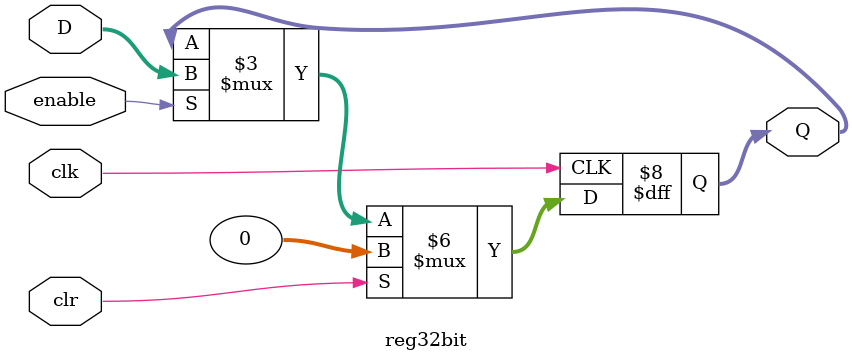
<source format=v>
module reg32bit #(parameter qInitial = 0)(clr, clk, enable, D, Q);
	input wire clr, clk, enable;
	input wire [31:0]D;
	output reg [31:0]Q;

	initial Q = qInitial;

	//At positive clock edge begin
	always @(posedge clk) begin
		if (clr) //If clr is high set to 0
			Q <= 0;
		else if (enable) //If enable is high, read value from bus to Q
			Q <= D;
	end
endmodule
		
</source>
